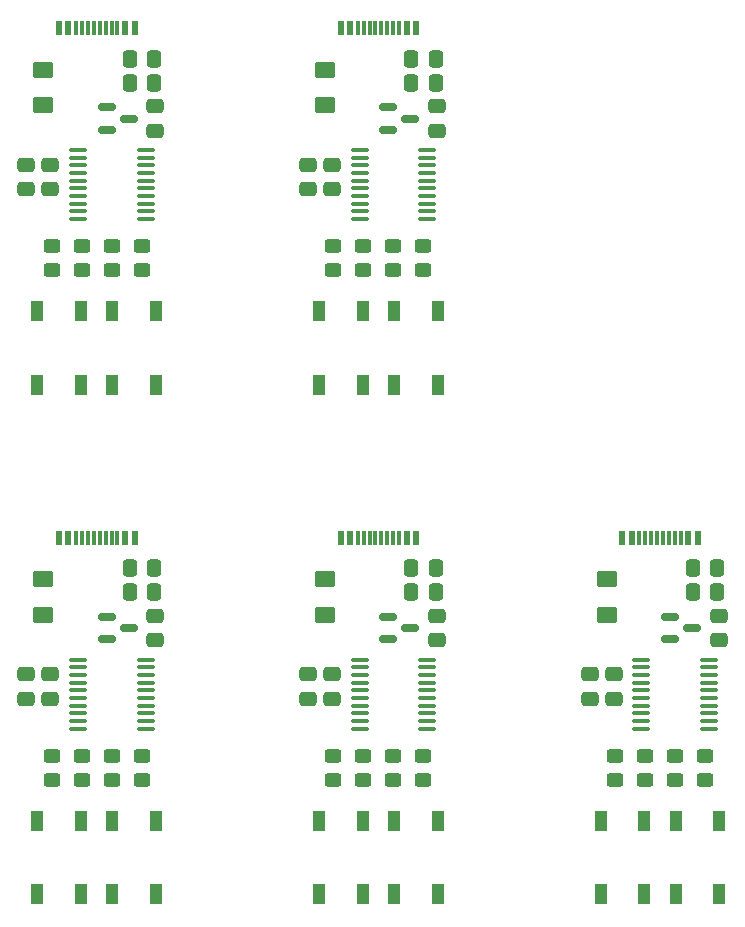
<source format=gbr>
%TF.GenerationSoftware,KiCad,Pcbnew,(6.0.8)*%
%TF.CreationDate,2023-03-28T10:40:47+02:00*%
%TF.ProjectId,Floppy Board v3.0,466c6f70-7079-4204-926f-617264207633,3.0*%
%TF.SameCoordinates,Original*%
%TF.FileFunction,Paste,Top*%
%TF.FilePolarity,Positive*%
%FSLAX46Y46*%
G04 Gerber Fmt 4.6, Leading zero omitted, Abs format (unit mm)*
G04 Created by KiCad (PCBNEW (6.0.8)) date 2023-03-28 10:40:47*
%MOMM*%
%LPD*%
G01*
G04 APERTURE LIST*
G04 Aperture macros list*
%AMRoundRect*
0 Rectangle with rounded corners*
0 $1 Rounding radius*
0 $2 $3 $4 $5 $6 $7 $8 $9 X,Y pos of 4 corners*
0 Add a 4 corners polygon primitive as box body*
4,1,4,$2,$3,$4,$5,$6,$7,$8,$9,$2,$3,0*
0 Add four circle primitives for the rounded corners*
1,1,$1+$1,$2,$3*
1,1,$1+$1,$4,$5*
1,1,$1+$1,$6,$7*
1,1,$1+$1,$8,$9*
0 Add four rect primitives between the rounded corners*
20,1,$1+$1,$2,$3,$4,$5,0*
20,1,$1+$1,$4,$5,$6,$7,0*
20,1,$1+$1,$6,$7,$8,$9,0*
20,1,$1+$1,$8,$9,$2,$3,0*%
G04 Aperture macros list end*
%ADD10R,0.600000X1.150000*%
%ADD11R,0.300000X1.150000*%
%ADD12RoundRect,0.250000X0.450000X-0.325000X0.450000X0.325000X-0.450000X0.325000X-0.450000X-0.325000X0*%
%ADD13RoundRect,0.250001X-0.624999X0.462499X-0.624999X-0.462499X0.624999X-0.462499X0.624999X0.462499X0*%
%ADD14RoundRect,0.250000X-0.475000X0.337500X-0.475000X-0.337500X0.475000X-0.337500X0.475000X0.337500X0*%
%ADD15R,1.100000X1.800000*%
%ADD16RoundRect,0.250000X-0.337500X-0.475000X0.337500X-0.475000X0.337500X0.475000X-0.337500X0.475000X0*%
%ADD17RoundRect,0.150000X-0.587500X-0.150000X0.587500X-0.150000X0.587500X0.150000X-0.587500X0.150000X0*%
%ADD18RoundRect,0.100000X-0.637500X-0.100000X0.637500X-0.100000X0.637500X0.100000X-0.637500X0.100000X0*%
G04 APERTURE END LIST*
D10*
%TO.C,J18*%
X149315159Y-102565500D03*
X148515159Y-102565500D03*
D11*
X147865159Y-102565500D03*
X147365159Y-102565500D03*
X146865159Y-102565500D03*
X146365159Y-102565500D03*
X145865159Y-102565500D03*
X145365159Y-102565500D03*
X144865159Y-102565500D03*
X144365159Y-102565500D03*
D10*
X143715159Y-102565500D03*
X142915159Y-102565500D03*
%TD*%
D12*
%TO.C,D40*%
X171234159Y-123033000D03*
X171234159Y-120983000D03*
%TD*%
D10*
%TO.C,J22*%
X173159159Y-102565500D03*
X172359159Y-102565500D03*
D11*
X171709159Y-102565500D03*
X171209159Y-102565500D03*
X170709159Y-102565500D03*
X170209159Y-102565500D03*
X169709159Y-102565500D03*
X169209159Y-102565500D03*
X168709159Y-102565500D03*
X168209159Y-102565500D03*
D10*
X167559159Y-102565500D03*
X166759159Y-102565500D03*
%TD*%
D13*
%TO.C,F6*%
X165442959Y-106067900D03*
X165442959Y-109042900D03*
%TD*%
D14*
%TO.C,C55*%
X174917159Y-109159500D03*
X174917159Y-111234500D03*
%TD*%
D12*
%TO.C,D37*%
X166154159Y-123033000D03*
X166154159Y-120983000D03*
%TD*%
D15*
%TO.C,SW12*%
X164939159Y-132728000D03*
X164939159Y-126528000D03*
X168639159Y-132728000D03*
X168639159Y-126528000D03*
%TD*%
D16*
%TO.C,C57*%
X172736659Y-105117000D03*
X174811659Y-105117000D03*
%TD*%
D17*
%TO.C,U23*%
X170804659Y-109247000D03*
X170804659Y-111147000D03*
X172679659Y-110197000D03*
%TD*%
D16*
%TO.C,C58*%
X172736659Y-107149000D03*
X174811659Y-107149000D03*
%TD*%
D12*
%TO.C,D38*%
X173774159Y-123033000D03*
X173774159Y-120983000D03*
%TD*%
D18*
%TO.C,U21*%
X168371659Y-112860000D03*
X168371659Y-113510000D03*
X168371659Y-114160000D03*
X168371659Y-114810000D03*
X168371659Y-115460000D03*
X168371659Y-116110000D03*
X168371659Y-116760000D03*
X168371659Y-117410000D03*
X168371659Y-118060000D03*
X168371659Y-118710000D03*
X174096659Y-118710000D03*
X174096659Y-118060000D03*
X174096659Y-117410000D03*
X174096659Y-116760000D03*
X174096659Y-116110000D03*
X174096659Y-115460000D03*
X174096659Y-114810000D03*
X174096659Y-114160000D03*
X174096659Y-113510000D03*
X174096659Y-112860000D03*
%TD*%
D14*
%TO.C,C51*%
X163995159Y-114112500D03*
X163995159Y-116187500D03*
%TD*%
%TO.C,C52*%
X166027159Y-114112500D03*
X166027159Y-116187500D03*
%TD*%
D15*
%TO.C,SW11*%
X171289159Y-132728000D03*
X171289159Y-126528000D03*
X174989159Y-132728000D03*
X174989159Y-126528000D03*
%TD*%
D12*
%TO.C,D41*%
X168694159Y-123033000D03*
X168694159Y-120983000D03*
%TD*%
%TO.C,D33*%
X147390159Y-123033000D03*
X147390159Y-120983000D03*
%TD*%
D13*
%TO.C,F5*%
X141598959Y-106067900D03*
X141598959Y-109042900D03*
%TD*%
D14*
%TO.C,C45*%
X151073159Y-109159500D03*
X151073159Y-111234500D03*
%TD*%
D12*
%TO.C,D30*%
X142310159Y-123033000D03*
X142310159Y-120983000D03*
%TD*%
D15*
%TO.C,SW10*%
X141095159Y-132728000D03*
X141095159Y-126528000D03*
X144795159Y-132728000D03*
X144795159Y-126528000D03*
%TD*%
D16*
%TO.C,C47*%
X148892659Y-105117000D03*
X150967659Y-105117000D03*
%TD*%
D17*
%TO.C,U19*%
X146960659Y-109247000D03*
X146960659Y-111147000D03*
X148835659Y-110197000D03*
%TD*%
D16*
%TO.C,C48*%
X148892659Y-107149000D03*
X150967659Y-107149000D03*
%TD*%
D12*
%TO.C,D31*%
X149930159Y-123033000D03*
X149930159Y-120983000D03*
%TD*%
D18*
%TO.C,U17*%
X144527659Y-112860000D03*
X144527659Y-113510000D03*
X144527659Y-114160000D03*
X144527659Y-114810000D03*
X144527659Y-115460000D03*
X144527659Y-116110000D03*
X144527659Y-116760000D03*
X144527659Y-117410000D03*
X144527659Y-118060000D03*
X144527659Y-118710000D03*
X150252659Y-118710000D03*
X150252659Y-118060000D03*
X150252659Y-117410000D03*
X150252659Y-116760000D03*
X150252659Y-116110000D03*
X150252659Y-115460000D03*
X150252659Y-114810000D03*
X150252659Y-114160000D03*
X150252659Y-113510000D03*
X150252659Y-112860000D03*
%TD*%
D14*
%TO.C,C41*%
X140151159Y-114112500D03*
X140151159Y-116187500D03*
%TD*%
%TO.C,C42*%
X142183159Y-114112500D03*
X142183159Y-116187500D03*
%TD*%
D15*
%TO.C,SW9*%
X147445159Y-132728000D03*
X147445159Y-126528000D03*
X151145159Y-132728000D03*
X151145159Y-126528000D03*
%TD*%
D12*
%TO.C,D34*%
X144850159Y-123033000D03*
X144850159Y-120983000D03*
%TD*%
%TO.C,D26*%
X123546159Y-123033000D03*
X123546159Y-120983000D03*
%TD*%
D10*
%TO.C,J14*%
X125471159Y-102565500D03*
X124671159Y-102565500D03*
D11*
X124021159Y-102565500D03*
X123521159Y-102565500D03*
X123021159Y-102565500D03*
X122521159Y-102565500D03*
X122021159Y-102565500D03*
X121521159Y-102565500D03*
X121021159Y-102565500D03*
X120521159Y-102565500D03*
D10*
X119871159Y-102565500D03*
X119071159Y-102565500D03*
%TD*%
D13*
%TO.C,F4*%
X117754959Y-106067900D03*
X117754959Y-109042900D03*
%TD*%
D14*
%TO.C,C35*%
X127229159Y-109159500D03*
X127229159Y-111234500D03*
%TD*%
D12*
%TO.C,D23*%
X118466159Y-123033000D03*
X118466159Y-120983000D03*
%TD*%
D15*
%TO.C,SW8*%
X117251159Y-132728000D03*
X117251159Y-126528000D03*
X120951159Y-132728000D03*
X120951159Y-126528000D03*
%TD*%
D16*
%TO.C,C37*%
X125048659Y-105117000D03*
X127123659Y-105117000D03*
%TD*%
D17*
%TO.C,U15*%
X123116659Y-109247000D03*
X123116659Y-111147000D03*
X124991659Y-110197000D03*
%TD*%
D16*
%TO.C,C38*%
X125048659Y-107149000D03*
X127123659Y-107149000D03*
%TD*%
D12*
%TO.C,D24*%
X126086159Y-123033000D03*
X126086159Y-120983000D03*
%TD*%
D18*
%TO.C,U13*%
X120683659Y-112860000D03*
X120683659Y-113510000D03*
X120683659Y-114160000D03*
X120683659Y-114810000D03*
X120683659Y-115460000D03*
X120683659Y-116110000D03*
X120683659Y-116760000D03*
X120683659Y-117410000D03*
X120683659Y-118060000D03*
X120683659Y-118710000D03*
X126408659Y-118710000D03*
X126408659Y-118060000D03*
X126408659Y-117410000D03*
X126408659Y-116760000D03*
X126408659Y-116110000D03*
X126408659Y-115460000D03*
X126408659Y-114810000D03*
X126408659Y-114160000D03*
X126408659Y-113510000D03*
X126408659Y-112860000D03*
%TD*%
D14*
%TO.C,C31*%
X116307159Y-114112500D03*
X116307159Y-116187500D03*
%TD*%
%TO.C,C32*%
X118339159Y-114112500D03*
X118339159Y-116187500D03*
%TD*%
D15*
%TO.C,SW7*%
X123601159Y-132728000D03*
X123601159Y-126528000D03*
X127301159Y-132728000D03*
X127301159Y-126528000D03*
%TD*%
D12*
%TO.C,D27*%
X121006159Y-123033000D03*
X121006159Y-120983000D03*
%TD*%
%TO.C,D12*%
X147390159Y-79885000D03*
X147390159Y-77835000D03*
%TD*%
D10*
%TO.C,J6*%
X149315159Y-59417500D03*
X148515159Y-59417500D03*
D11*
X147865159Y-59417500D03*
X147365159Y-59417500D03*
X146865159Y-59417500D03*
X146365159Y-59417500D03*
X145865159Y-59417500D03*
X145365159Y-59417500D03*
X144865159Y-59417500D03*
X144365159Y-59417500D03*
D10*
X143715159Y-59417500D03*
X142915159Y-59417500D03*
%TD*%
D13*
%TO.C,F2*%
X141598959Y-62919900D03*
X141598959Y-65894900D03*
%TD*%
D14*
%TO.C,C15*%
X151073159Y-66011500D03*
X151073159Y-68086500D03*
%TD*%
D12*
%TO.C,D9*%
X142310159Y-79885000D03*
X142310159Y-77835000D03*
%TD*%
D15*
%TO.C,SW4*%
X141095159Y-89580000D03*
X141095159Y-83380000D03*
X144795159Y-89580000D03*
X144795159Y-83380000D03*
%TD*%
D16*
%TO.C,C17*%
X148892659Y-61969000D03*
X150967659Y-61969000D03*
%TD*%
D17*
%TO.C,U7*%
X146960659Y-66099000D03*
X146960659Y-67999000D03*
X148835659Y-67049000D03*
%TD*%
D16*
%TO.C,C18*%
X148892659Y-64001000D03*
X150967659Y-64001000D03*
%TD*%
D12*
%TO.C,D10*%
X149930159Y-79885000D03*
X149930159Y-77835000D03*
%TD*%
D18*
%TO.C,U5*%
X144527659Y-69712000D03*
X144527659Y-70362000D03*
X144527659Y-71012000D03*
X144527659Y-71662000D03*
X144527659Y-72312000D03*
X144527659Y-72962000D03*
X144527659Y-73612000D03*
X144527659Y-74262000D03*
X144527659Y-74912000D03*
X144527659Y-75562000D03*
X150252659Y-75562000D03*
X150252659Y-74912000D03*
X150252659Y-74262000D03*
X150252659Y-73612000D03*
X150252659Y-72962000D03*
X150252659Y-72312000D03*
X150252659Y-71662000D03*
X150252659Y-71012000D03*
X150252659Y-70362000D03*
X150252659Y-69712000D03*
%TD*%
D14*
%TO.C,C11*%
X140151159Y-70964500D03*
X140151159Y-73039500D03*
%TD*%
%TO.C,C12*%
X142183159Y-70964500D03*
X142183159Y-73039500D03*
%TD*%
D15*
%TO.C,SW3*%
X147445159Y-89580000D03*
X147445159Y-83380000D03*
X151145159Y-89580000D03*
X151145159Y-83380000D03*
%TD*%
D12*
%TO.C,D13*%
X144850159Y-79885000D03*
X144850159Y-77835000D03*
%TD*%
%TO.C,D6*%
X121006159Y-79885000D03*
X121006159Y-77835000D03*
%TD*%
D14*
%TO.C,C1*%
X116307159Y-70964500D03*
X116307159Y-73039500D03*
%TD*%
D18*
%TO.C,U1*%
X120683659Y-69712000D03*
X120683659Y-70362000D03*
X120683659Y-71012000D03*
X120683659Y-71662000D03*
X120683659Y-72312000D03*
X120683659Y-72962000D03*
X120683659Y-73612000D03*
X120683659Y-74262000D03*
X120683659Y-74912000D03*
X120683659Y-75562000D03*
X126408659Y-75562000D03*
X126408659Y-74912000D03*
X126408659Y-74262000D03*
X126408659Y-73612000D03*
X126408659Y-72962000D03*
X126408659Y-72312000D03*
X126408659Y-71662000D03*
X126408659Y-71012000D03*
X126408659Y-70362000D03*
X126408659Y-69712000D03*
%TD*%
D12*
%TO.C,D3*%
X126086159Y-79885000D03*
X126086159Y-77835000D03*
%TD*%
D16*
%TO.C,C8*%
X125048659Y-64001000D03*
X127123659Y-64001000D03*
%TD*%
D15*
%TO.C,SW1*%
X123601159Y-89580000D03*
X123601159Y-83380000D03*
X127301159Y-89580000D03*
X127301159Y-83380000D03*
%TD*%
D14*
%TO.C,C2*%
X118339159Y-70964500D03*
X118339159Y-73039500D03*
%TD*%
D15*
%TO.C,SW2*%
X117251159Y-89580000D03*
X117251159Y-83380000D03*
X120951159Y-89580000D03*
X120951159Y-83380000D03*
%TD*%
D14*
%TO.C,C5*%
X127229159Y-66011500D03*
X127229159Y-68086500D03*
%TD*%
D16*
%TO.C,C7*%
X125048659Y-61969000D03*
X127123659Y-61969000D03*
%TD*%
D12*
%TO.C,D2*%
X118466159Y-79885000D03*
X118466159Y-77835000D03*
%TD*%
D17*
%TO.C,U3*%
X123116659Y-66099000D03*
X123116659Y-67999000D03*
X124991659Y-67049000D03*
%TD*%
D12*
%TO.C,D5*%
X123546159Y-79885000D03*
X123546159Y-77835000D03*
%TD*%
D10*
%TO.C,J2*%
X125471159Y-59417500D03*
X124671159Y-59417500D03*
D11*
X124021159Y-59417500D03*
X123521159Y-59417500D03*
X123021159Y-59417500D03*
X122521159Y-59417500D03*
X122021159Y-59417500D03*
X121521159Y-59417500D03*
X121021159Y-59417500D03*
X120521159Y-59417500D03*
D10*
X119871159Y-59417500D03*
X119071159Y-59417500D03*
%TD*%
D13*
%TO.C,F1*%
X117754959Y-62919900D03*
X117754959Y-65894900D03*
%TD*%
M02*

</source>
